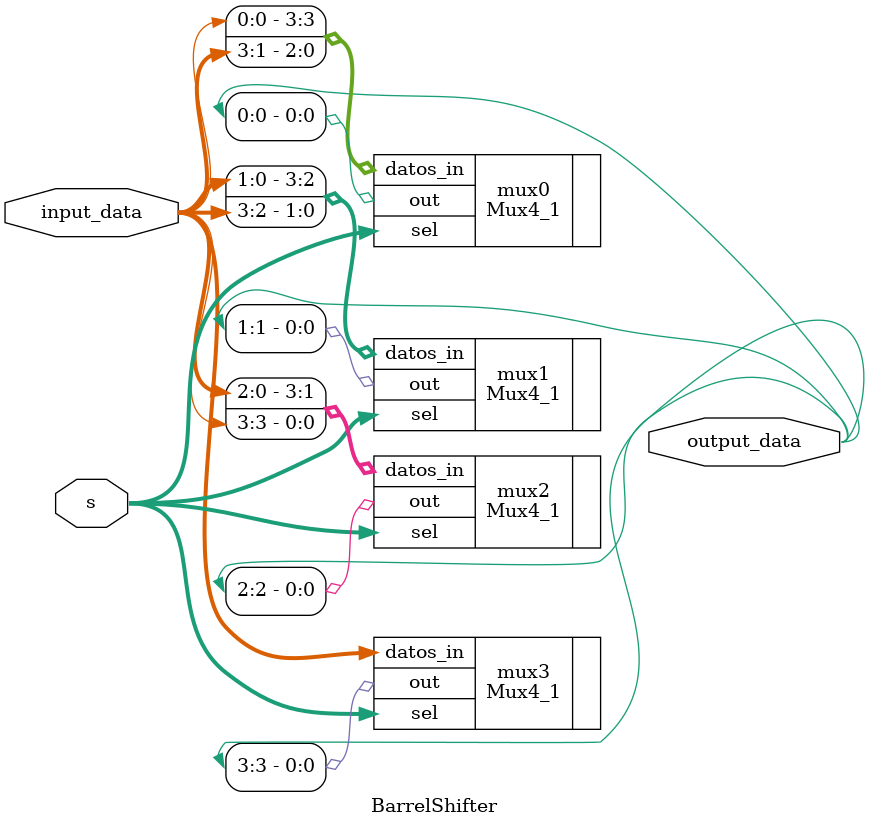
<source format=v>
`timescale 1ns / 1ps


module BarrelShifter(
    input [3:0] input_data,  // Datos de entrada
    input [1:0] s, // seleccion
    output [3:0]output_data // Datos de salida
);
// Implementación del barrel shifter
Mux4_1 mux3 (
    .datos_in({input_data[3],input_data[2],input_data[1],input_data[0]}),  // Conectar las entradas de datos del Mux4_1 a las entradas de datos en el orden necesario
    .sel(s),          // Conectar los selectores del Mux4_1 a los selectores del BarrelShifter
    .out({output_data[3]})           // Conectar la salida del Mux4_1 a la salida del BarrelShifter e el bit indicado
);
Mux4_1 mux2 (
    .datos_in({input_data[2],input_data[1],input_data[0],input_data[3]}),
    .sel(s),
    .out({output_data[2]})
);
Mux4_1 mux1 (
    .datos_in({input_data[1],input_data[0],input_data[3],input_data[2]}),
    .sel(s),
    .out({output_data[1]})
);
Mux4_1 mux0 (
    .datos_in({input_data[0],input_data[3],input_data[2],input_data[1]}),
    .sel(s),
    .out({output_data[0]})
); 
endmodule
</source>
